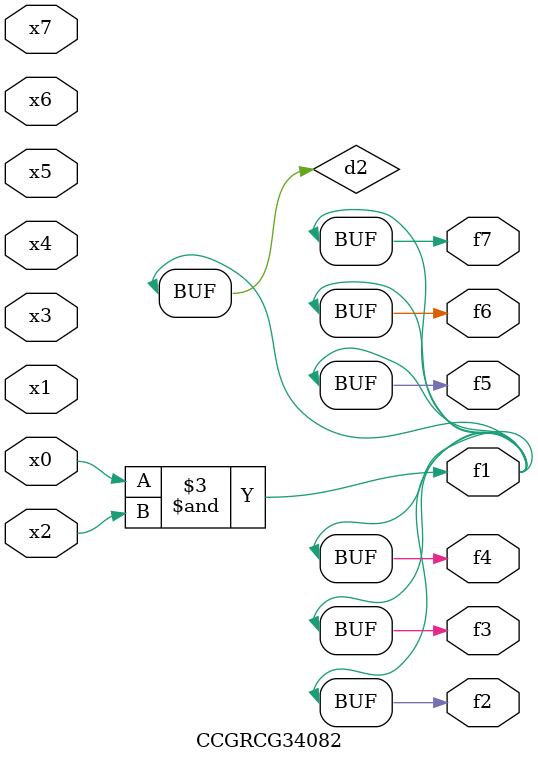
<source format=v>
module CCGRCG34082(
	input x0, x1, x2, x3, x4, x5, x6, x7,
	output f1, f2, f3, f4, f5, f6, f7
);

	wire d1, d2;

	nor (d1, x3, x6);
	and (d2, x0, x2);
	assign f1 = d2;
	assign f2 = d2;
	assign f3 = d2;
	assign f4 = d2;
	assign f5 = d2;
	assign f6 = d2;
	assign f7 = d2;
endmodule

</source>
